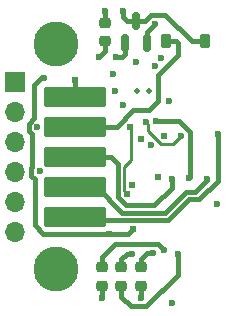
<source format=gbr>
%TF.GenerationSoftware,KiCad,Pcbnew,8.0.6-8.0.6-0~ubuntu24.04.1*%
%TF.CreationDate,2024-11-25T11:24:21-08:00*%
%TF.ProjectId,mag-encoder,6d61672d-656e-4636-9f64-65722e6b6963,4*%
%TF.SameCoordinates,Original*%
%TF.FileFunction,Copper,L1,Top*%
%TF.FilePolarity,Positive*%
%FSLAX46Y46*%
G04 Gerber Fmt 4.6, Leading zero omitted, Abs format (unit mm)*
G04 Created by KiCad (PCBNEW 8.0.6-8.0.6-0~ubuntu24.04.1) date 2024-11-25 11:24:21*
%MOMM*%
%LPD*%
G01*
G04 APERTURE LIST*
G04 Aperture macros list*
%AMRoundRect*
0 Rectangle with rounded corners*
0 $1 Rounding radius*
0 $2 $3 $4 $5 $6 $7 $8 $9 X,Y pos of 4 corners*
0 Add a 4 corners polygon primitive as box body*
4,1,4,$2,$3,$4,$5,$6,$7,$8,$9,$2,$3,0*
0 Add four circle primitives for the rounded corners*
1,1,$1+$1,$2,$3*
1,1,$1+$1,$4,$5*
1,1,$1+$1,$6,$7*
1,1,$1+$1,$8,$9*
0 Add four rect primitives between the rounded corners*
20,1,$1+$1,$2,$3,$4,$5,0*
20,1,$1+$1,$4,$5,$6,$7,0*
20,1,$1+$1,$6,$7,$8,$9,0*
20,1,$1+$1,$8,$9,$2,$3,0*%
G04 Aperture macros list end*
%TA.AperFunction,ComponentPad*%
%ADD10C,3.810000*%
%TD*%
%TA.AperFunction,SMDPad,CuDef*%
%ADD11RoundRect,0.218750X-0.256250X0.218750X-0.256250X-0.218750X0.256250X-0.218750X0.256250X0.218750X0*%
%TD*%
%TA.AperFunction,SMDPad,CuDef*%
%ADD12RoundRect,0.218750X0.256250X-0.218750X0.256250X0.218750X-0.256250X0.218750X-0.256250X-0.218750X0*%
%TD*%
%TA.AperFunction,SMDPad,CuDef*%
%ADD13RoundRect,0.150000X0.150000X-0.587500X0.150000X0.587500X-0.150000X0.587500X-0.150000X-0.587500X0*%
%TD*%
%TA.AperFunction,SMDPad,CuDef*%
%ADD14RoundRect,0.121324X2.543676X-0.703676X2.543676X0.703676X-2.543676X0.703676X-2.543676X-0.703676X0*%
%TD*%
%TA.AperFunction,ComponentPad*%
%ADD15R,1.700000X1.700000*%
%TD*%
%TA.AperFunction,ComponentPad*%
%ADD16O,1.700000X1.700000*%
%TD*%
%TA.AperFunction,SMDPad,CuDef*%
%ADD17RoundRect,0.225000X0.225000X0.375000X-0.225000X0.375000X-0.225000X-0.375000X0.225000X-0.375000X0*%
%TD*%
%TA.AperFunction,ViaPad*%
%ADD18C,0.600000*%
%TD*%
%TA.AperFunction,ViaPad*%
%ADD19C,0.609600*%
%TD*%
%TA.AperFunction,ViaPad*%
%ADD20C,0.500000*%
%TD*%
%TA.AperFunction,Conductor*%
%ADD21C,0.381000*%
%TD*%
%TA.AperFunction,Conductor*%
%ADD22C,0.254000*%
%TD*%
G04 APERTURE END LIST*
D10*
%TO.P,H1,*%
%TO.N,*%
X224840800Y-114046000D03*
%TD*%
D11*
%TO.P,D1,1,K*%
%TO.N,Net-(D1-K)*%
X228981000Y-112242500D03*
%TO.P,D1,2,A*%
%TO.N,+3.3V*%
X228981000Y-113817500D03*
%TD*%
D12*
%TO.P,D2,1,K*%
%TO.N,GND*%
X228727000Y-134518500D03*
%TO.P,D2,2,A*%
%TO.N,Net-(D2-A)*%
X228727000Y-132943500D03*
%TD*%
D13*
%TO.P,U1,1,GND*%
%TO.N,GND*%
X230647200Y-113967500D03*
%TO.P,U1,2,V_{OUT}*%
%TO.N,+3.3V*%
X232547200Y-113967500D03*
%TO.P,U1,3,V_{IN}*%
%TO.N,+5V*%
X231597200Y-112092500D03*
%TD*%
D14*
%TO.P,J2,1,Pin_1*%
%TO.N,GND*%
X226487800Y-118491000D03*
%TO.P,J2,2,Pin_2*%
%TO.N,+5V_IN*%
X226487800Y-121031000D03*
%TO.P,J2,3,Pin_3*%
%TO.N,/A*%
X226487800Y-123571000D03*
%TO.P,J2,4,Pin_4*%
%TO.N,/B*%
X226487800Y-126111000D03*
%TO.P,J2,5,Pin_5*%
%TO.N,/PWM*%
X226487800Y-128651000D03*
%TD*%
D12*
%TO.P,D3,1,K*%
%TO.N,Net-(D3-K)*%
X230378000Y-134518500D03*
%TO.P,D3,2,A*%
%TO.N,Net-(D3-A)*%
X230378000Y-132943500D03*
%TD*%
D15*
%TO.P,J1,1,Pin_1*%
%TO.N,GND*%
X221411800Y-117221000D03*
D16*
%TO.P,J1,2,Pin_2*%
%TO.N,+3.3V*%
X221411800Y-119761000D03*
%TO.P,J1,3,Pin_3*%
%TO.N,/CS*%
X221411800Y-122301000D03*
%TO.P,J1,4,Pin_4*%
%TO.N,/MOSI*%
X221411800Y-124841000D03*
%TO.P,J1,5,Pin_5*%
%TO.N,/MISO*%
X221411800Y-127381000D03*
%TO.P,J1,6,Pin_6*%
%TO.N,/SCLK*%
X221411800Y-129921000D03*
%TD*%
D17*
%TO.P,D5,1,K*%
%TO.N,+5V*%
X237489000Y-113792000D03*
%TO.P,D5,2,A*%
%TO.N,+5V_IN*%
X234189000Y-113792000D03*
%TD*%
D12*
%TO.P,D4,1,K*%
%TO.N,GND*%
X232029000Y-134518500D03*
%TO.P,D4,2,A*%
%TO.N,Net-(D4-A)*%
X232029000Y-132943500D03*
%TD*%
D10*
%TO.P,H2,*%
%TO.N,*%
X224840800Y-133096000D03*
%TD*%
D18*
%TO.N,+3.3V*%
X234696000Y-135939583D03*
X233248200Y-112344200D03*
D19*
X233464100Y-125260100D03*
X231317800Y-125984000D03*
D18*
X229857300Y-118021100D03*
X228463539Y-115122261D03*
%TO.N,GND*%
X229946200Y-115112800D03*
D19*
X226466400Y-117068600D03*
X232003600Y-122097800D03*
D18*
X228701600Y-135509000D03*
X234443344Y-118868025D03*
D20*
X232706800Y-118059200D03*
D18*
X232029000Y-135509000D03*
D20*
X231706800Y-118059200D03*
D18*
X238480600Y-127609600D03*
D19*
X233984800Y-121793000D03*
D18*
%TO.N,+5V*%
X230530400Y-111226600D03*
%TO.N,Net-(D4-A)*%
X233019600Y-131724400D03*
%TO.N,Net-(D1-K)*%
X228981000Y-111226600D03*
%TO.N,Net-(D3-A)*%
X231292400Y-131826000D03*
%TO.N,Net-(C1-Pad1)*%
X229692200Y-116586000D03*
X233196882Y-115905000D03*
X233274839Y-120568637D03*
X230530400Y-119202200D03*
X236082570Y-125386858D03*
%TO.N,/A*%
X234645200Y-125501400D03*
%TO.N,/B*%
X237617000Y-125476000D03*
%TO.N,/PWM*%
X238531400Y-121640600D03*
%TO.N,Net-(D2-A)*%
X233984800Y-131449800D03*
%TO.N,Net-(D3-K)*%
X235153200Y-131826000D03*
X231622600Y-115595400D03*
D19*
%TO.N,Net-(U3-MGH)*%
X229368646Y-130086100D03*
D18*
X223850200Y-116916200D03*
D19*
X231343200Y-129692400D03*
%TO.N,/MISO*%
X231123451Y-121098347D03*
X230880538Y-126713954D03*
D18*
%TO.N,Net-(U3-A)*%
X223278961Y-121078604D03*
X223502500Y-124815600D03*
%TO.N,Net-(U3-PWM)*%
X232909286Y-122614514D03*
X233704267Y-115233918D03*
%TO.N,Net-(R3-Pad1)*%
X235458000Y-121793000D03*
X232435400Y-120624600D03*
%TD*%
D21*
%TO.N,+3.3V*%
X232537000Y-113055400D02*
X232537000Y-113957300D01*
X228981000Y-114604800D02*
X228981000Y-113817500D01*
X228463539Y-115122261D02*
X228981000Y-114604800D01*
X232537000Y-113957300D02*
X232547200Y-113967500D01*
X233248200Y-112344200D02*
X232537000Y-113055400D01*
%TO.N,GND*%
X228727000Y-134518500D02*
X228727000Y-135483600D01*
X228727000Y-135483600D02*
X228701600Y-135509000D01*
X230647200Y-114919800D02*
X230647200Y-113967500D01*
X232029000Y-134518500D02*
X232029000Y-135509000D01*
X230454200Y-115112800D02*
X230647200Y-114919800D01*
X226466400Y-117356000D02*
X226487800Y-117377400D01*
X226487800Y-117377400D02*
X226487800Y-118491000D01*
X226466400Y-117068600D02*
X226466400Y-117356000D01*
X229946200Y-115112800D02*
X230454200Y-115112800D01*
%TO.N,+5V*%
X231597200Y-112092500D02*
X230888300Y-112092500D01*
X232382300Y-112092500D02*
X231597200Y-112092500D01*
X230530400Y-111734600D02*
X230530400Y-111226600D01*
X232918000Y-111556800D02*
X232382300Y-112092500D01*
X230888300Y-112092500D02*
X230530400Y-111734600D01*
X236321600Y-113792000D02*
X234086400Y-111556800D01*
X237489000Y-113792000D02*
X236321600Y-113792000D01*
X234086400Y-111556800D02*
X232918000Y-111556800D01*
%TO.N,Net-(D4-A)*%
X232511600Y-131724400D02*
X232029000Y-132207000D01*
X233019600Y-131724400D02*
X232511600Y-131724400D01*
X232029000Y-132207000D02*
X232029000Y-132943500D01*
%TO.N,Net-(D1-K)*%
X228981000Y-112242500D02*
X228981000Y-111226600D01*
%TO.N,Net-(D3-A)*%
X230835200Y-131826000D02*
X231292400Y-131826000D01*
X230835200Y-131826000D02*
X230378000Y-132283200D01*
X230378000Y-132283200D02*
X230378000Y-132943500D01*
%TO.N,+5V_IN*%
X235153200Y-113969800D02*
X234975400Y-113792000D01*
X230022400Y-121031000D02*
X231394000Y-119659400D01*
X232689400Y-119659400D02*
X233500004Y-118848796D01*
X235153200Y-114983604D02*
X235153200Y-113969800D01*
X234975400Y-113792000D02*
X234189000Y-113792000D01*
X233500004Y-118848796D02*
X233500004Y-116636800D01*
X233500004Y-116636800D02*
X235153200Y-114983604D01*
X231394000Y-119659400D02*
X232689400Y-119659400D01*
X226487800Y-121031000D02*
X230022400Y-121031000D01*
%TO.N,Net-(C1-Pad1)*%
X236189800Y-125279628D02*
X236189800Y-121489878D01*
X236082570Y-125386858D02*
X236189800Y-125279628D01*
X235268559Y-120568637D02*
X233274839Y-120568637D01*
X236189800Y-121489878D02*
X235268559Y-120568637D01*
%TO.N,/A*%
X229489000Y-123571000D02*
X226487800Y-123571000D01*
X234645200Y-125501400D02*
X234645200Y-126212600D01*
X230073200Y-127025400D02*
X230073200Y-124220760D01*
X234645200Y-126212600D02*
X233172000Y-127685800D01*
X230105980Y-124187980D02*
X229489000Y-123571000D01*
X230733600Y-127685800D02*
X230073200Y-127025400D01*
X230073200Y-124220760D02*
X230105980Y-124187980D01*
X233172000Y-127685800D02*
X230733600Y-127685800D01*
%TO.N,/B*%
X228278734Y-126111000D02*
X226487800Y-126111000D01*
X237617000Y-125577600D02*
X236613700Y-126580900D01*
X237617000Y-125476000D02*
X237617000Y-125577600D01*
X235835234Y-126580900D02*
X234108034Y-128308100D01*
X234108034Y-128308100D02*
X230475834Y-128308100D01*
X230475834Y-128308100D02*
X228278734Y-126111000D01*
X236613700Y-126580900D02*
X235835234Y-126580900D01*
%TO.N,/PWM*%
X226767200Y-128930400D02*
X226487800Y-128651000D01*
X238531400Y-121640600D02*
X238531400Y-125653800D01*
X236093000Y-127203200D02*
X234365800Y-128930400D01*
X236982000Y-127203200D02*
X236093000Y-127203200D01*
X238531400Y-125653800D02*
X236982000Y-127203200D01*
X234365800Y-128930400D02*
X226767200Y-128930400D01*
%TO.N,Net-(D2-A)*%
X228727000Y-132080000D02*
X228727000Y-132943500D01*
X229870000Y-130937000D02*
X228727000Y-132080000D01*
X233472000Y-130937000D02*
X229870000Y-130937000D01*
X233984800Y-131449800D02*
X233472000Y-130937000D01*
%TO.N,Net-(D3-K)*%
X235153200Y-131826000D02*
X235153200Y-133578600D01*
X232491000Y-136240800D02*
X231186000Y-136240800D01*
X231186000Y-136240800D02*
X230378000Y-135432800D01*
X235153200Y-133578600D02*
X232491000Y-136240800D01*
X230378000Y-135432800D02*
X230378000Y-134518500D01*
%TO.N,Net-(U3-MGH)*%
X222770700Y-124512478D02*
X222808800Y-124474378D01*
X223037400Y-125476000D02*
X222770700Y-125209300D01*
X231343200Y-129692400D02*
X230949500Y-130086100D01*
X222808800Y-124474378D02*
X222808800Y-121643365D01*
X222808800Y-121643365D02*
X222547161Y-121381726D01*
X223735900Y-130086100D02*
X223037400Y-129387600D01*
X223037400Y-129387600D02*
X223037400Y-125476000D01*
X230949500Y-130086100D02*
X229368646Y-130086100D01*
X223012000Y-117500400D02*
X223596200Y-116916200D01*
X222770700Y-125209300D02*
X222770700Y-124512478D01*
X222547161Y-121381726D02*
X222547161Y-120775482D01*
X229368646Y-130086100D02*
X223735900Y-130086100D01*
X223012000Y-120310643D02*
X223012000Y-117500400D01*
X223596200Y-116916200D02*
X223850200Y-116916200D01*
X222547161Y-120775482D02*
X223012000Y-120310643D01*
D22*
%TO.N,/MISO*%
X230632000Y-124452223D02*
X231232800Y-123851423D01*
X231232800Y-123851423D02*
X231232800Y-121207696D01*
X230880538Y-126713954D02*
X230632000Y-126465416D01*
X231232800Y-121207696D02*
X231123451Y-121098347D01*
X230632000Y-126465416D02*
X230632000Y-124452223D01*
%TO.N,Net-(R3-Pad1)*%
X234784900Y-122466100D02*
X235458000Y-121793000D01*
X232435400Y-120624600D02*
X232606539Y-120795739D01*
X232606539Y-120795739D02*
X232606539Y-121366647D01*
X232606539Y-121366647D02*
X233705992Y-122466100D01*
X233705992Y-122466100D02*
X234784900Y-122466100D01*
%TD*%
M02*

</source>
